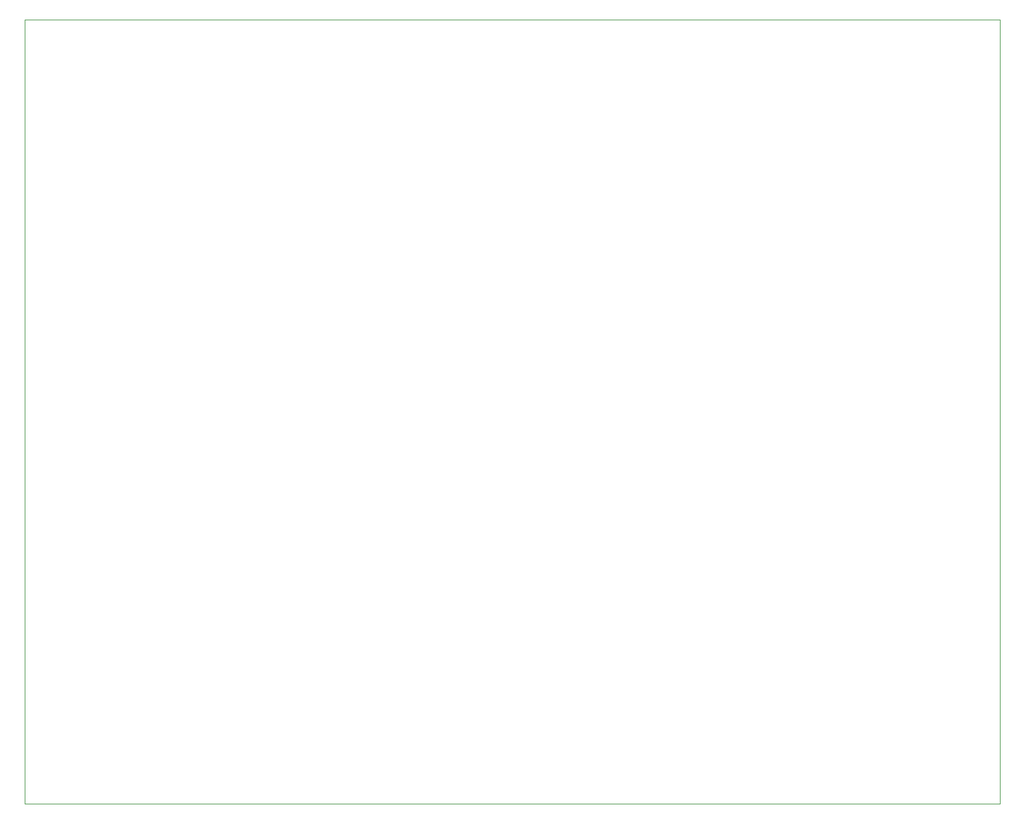
<source format=gm1>
%TF.GenerationSoftware,KiCad,Pcbnew,(6.0.0)*%
%TF.CreationDate,2022-03-15T02:00:18-04:00*%
%TF.ProjectId,R6501Q SBC,52363530-3151-4205-9342-432e6b696361,rev?*%
%TF.SameCoordinates,Original*%
%TF.FileFunction,Profile,NP*%
%FSLAX46Y46*%
G04 Gerber Fmt 4.6, Leading zero omitted, Abs format (unit mm)*
G04 Created by KiCad (PCBNEW (6.0.0)) date 2022-03-15 02:00:18*
%MOMM*%
%LPD*%
G01*
G04 APERTURE LIST*
%TA.AperFunction,Profile*%
%ADD10C,0.100000*%
%TD*%
G04 APERTURE END LIST*
D10*
X190910000Y-142641000D02*
X60735000Y-142641000D01*
X190910000Y-37866000D02*
X190910000Y-142641000D01*
X60735000Y-37866000D02*
X190910000Y-37866000D01*
X60735000Y-142641000D02*
X60735000Y-37866000D01*
M02*

</source>
